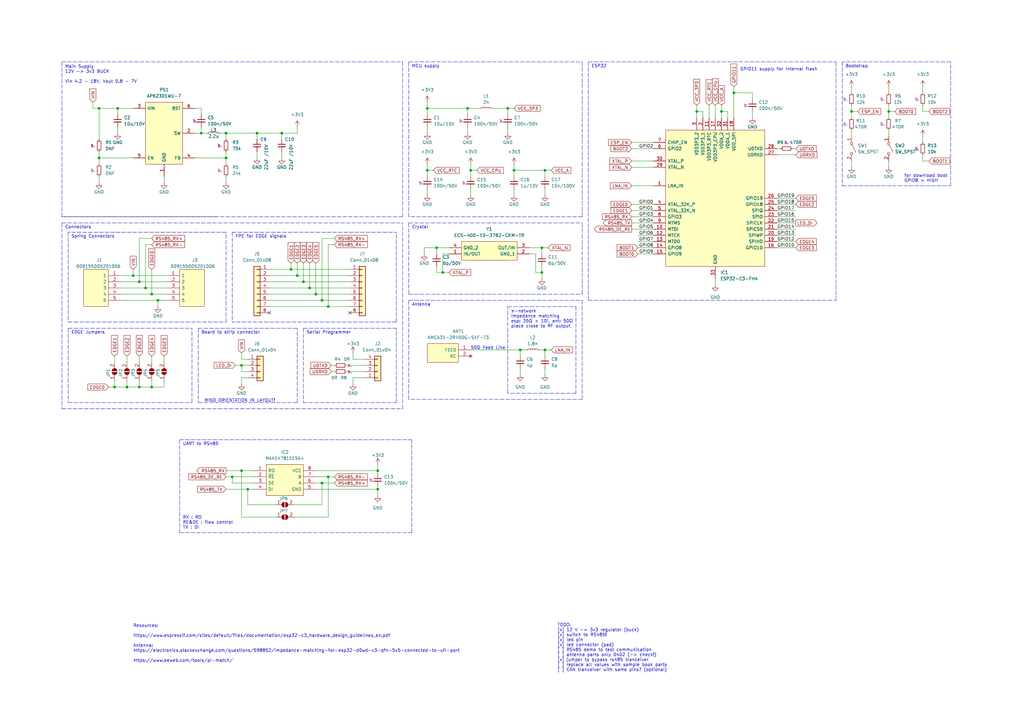
<source format=kicad_sch>
(kicad_sch (version 20211123) (generator eeschema)
  (paper "A3")
  (junction (at 124.46 115.57))
  (junction (at 57.15 115.57))
  (junction (at 40.64 44.45))
  (junction (at 48.26 44.45))
  (junction (at 154.94 200.66))
  (junction (at 132.08 198.12))
  (junction (at 222.25 111.76))
  (junction (at 57.15 158.75))
  (junction (at 222.25 101.6))
  (junction (at 175.26 44.45))
  (junction (at 134.62 195.58))
  (junction (at 295.91 45.72))
  (junction (at 349.25 45.72))
  (junction (at 92.71 64.77))
  (junction (at 154.94 193.04))
  (junction (at 132.08 123.19))
  (junction (at 208.28 44.45))
  (junction (at 92.71 54.61))
  (junction (at 95.25 195.58))
  (junction (at 62.23 120.65))
  (junction (at 52.07 158.75))
  (junction (at 213.36 143.51))
  (junction (at 181.61 111.76))
  (junction (at 193.04 69.85))
  (junction (at 115.57 54.61))
  (junction (at 191.77 44.45))
  (junction (at 105.41 54.61))
  (junction (at 134.62 125.73))
  (junction (at 285.75 45.72))
  (junction (at 210.82 69.85))
  (junction (at 59.69 118.11))
  (junction (at 46.99 158.75))
  (junction (at 54.61 113.03))
  (junction (at 175.26 69.85))
  (junction (at 119.38 110.49))
  (junction (at 179.07 101.6))
  (junction (at 101.6 200.66))
  (junction (at 99.06 149.86))
  (junction (at 127 118.11))
  (junction (at 223.52 143.51))
  (junction (at 364.49 45.72))
  (junction (at 129.54 120.65))
  (junction (at 300.99 38.1))
  (junction (at 82.55 54.61))
  (junction (at 64.77 123.19))
  (junction (at 40.64 64.77))
  (junction (at 62.23 158.75))
  (junction (at 121.92 113.03))
  (junction (at 223.52 69.85))
  (junction (at 99.06 193.04))
  (no_connect (at 143.51 128.27))
  (no_connect (at 110.49 128.27))
  (no_connect (at 193.04 146.05))
  (wire (pts (xy 59.69 100.33) (xy 59.69 118.11)))
  (polyline (pts (xy 167.64 163.83) (xy 167.64 123.19)))
  (polyline (pts (xy 167.64 120.65) (xy 238.76 120.65)))
  (wire (pts (xy 318.77 88.9) (xy 326.39 88.9)))
  (polyline (pts (xy 27.94 95.25) (xy 27.94 132.08)))
  (polyline (pts (xy 162.56 165.1) (xy 162.56 134.62)))
  (wire (pts (xy 129.54 195.58) (xy 134.62 195.58)))
  (wire (pts (xy 120.65 212.09) (xy 134.62 212.09)))
  (wire (pts (xy 129.54 193.04) (xy 154.94 193.04)))
  (polyline (pts (xy 81.28 134.62) (xy 81.28 165.1)))
  (wire (pts (xy 40.64 72.39) (xy 40.64 74.93)))
  (wire (pts (xy 62.23 158.75) (xy 67.31 158.75)))
  (wire (pts (xy 95.25 195.58) (xy 104.14 195.58)))
  (wire (pts (xy 52.07 158.75) (xy 57.15 158.75)))
  (polyline (pts (xy 95.25 95.25) (xy 95.25 132.08)))
  (wire (pts (xy 127 118.11) (xy 143.51 118.11)))
  (wire (pts (xy 80.01 64.77) (xy 92.71 64.77)))
  (wire (pts (xy 105.41 62.23) (xy 105.41 64.77)))
  (wire (pts (xy 349.25 35.56) (xy 349.25 38.1)))
  (polyline (pts (xy 241.3 123.19) (xy 342.9 123.19)))
  (wire (pts (xy 99.06 149.86) (xy 101.6 149.86)))
  (wire (pts (xy 144.78 144.78) (xy 144.78 147.32)))
  (polyline (pts (xy 73.66 180.34) (xy 73.66 218.44)))
  (wire (pts (xy 127 118.11) (xy 127 107.95)))
  (wire (pts (xy 175.26 41.91) (xy 175.26 44.45)))
  (wire (pts (xy 82.55 54.61) (xy 85.09 54.61)))
  (wire (pts (xy 57.15 146.05) (xy 57.15 148.59)))
  (wire (pts (xy 300.99 38.1) (xy 308.61 38.1)))
  (wire (pts (xy 134.62 195.58) (xy 137.16 195.58)))
  (polyline (pts (xy 238.76 120.65) (xy 238.76 91.44)))
  (wire (pts (xy 349.25 66.04) (xy 349.25 68.58)))
  (wire (pts (xy 300.99 35.56) (xy 300.99 38.1)))
  (wire (pts (xy 259.08 66.04) (xy 267.97 66.04)))
  (wire (pts (xy 213.36 143.51) (xy 215.9 143.51)))
  (wire (pts (xy 175.26 44.45) (xy 191.77 44.45)))
  (wire (pts (xy 144.78 147.32) (xy 149.86 147.32)))
  (polyline (pts (xy 25.4 167.64) (xy 165.1 167.64)))
  (wire (pts (xy 62.23 100.33) (xy 59.69 100.33)))
  (wire (pts (xy 318.77 91.44) (xy 326.39 91.44)))
  (wire (pts (xy 144.78 154.94) (xy 149.86 154.94)))
  (wire (pts (xy 137.16 198.12) (xy 132.08 198.12)))
  (polyline (pts (xy 236.22 161.29) (xy 208.28 161.29)))
  (wire (pts (xy 62.23 146.05) (xy 62.23 148.59)))
  (wire (pts (xy 110.49 120.65) (xy 129.54 120.65)))
  (wire (pts (xy 261.62 104.14) (xy 267.97 104.14)))
  (wire (pts (xy 325.12 60.96) (xy 326.39 60.96)))
  (wire (pts (xy 110.49 123.19) (xy 132.08 123.19)))
  (wire (pts (xy 349.25 43.18) (xy 349.25 45.72)))
  (wire (pts (xy 48.26 52.07) (xy 48.26 54.61)))
  (wire (pts (xy 179.07 101.6) (xy 179.07 104.14)))
  (polyline (pts (xy 81.28 134.62) (xy 121.92 134.62)))
  (wire (pts (xy 67.31 72.39) (xy 67.31 74.93)))
  (polyline (pts (xy 167.64 91.44) (xy 238.76 91.44)))
  (wire (pts (xy 201.93 44.45) (xy 208.28 44.45)))
  (wire (pts (xy 290.83 43.18) (xy 290.83 48.26)))
  (polyline (pts (xy 78.74 165.1) (xy 78.74 134.62)))
  (wire (pts (xy 142.24 149.86) (xy 149.86 149.86)))
  (wire (pts (xy 95.25 198.12) (xy 95.25 195.58)))
  (wire (pts (xy 132.08 198.12) (xy 132.08 207.01)))
  (wire (pts (xy 193.04 72.39) (xy 193.04 69.85)))
  (wire (pts (xy 57.15 158.75) (xy 57.15 156.21)))
  (polyline (pts (xy 165.1 88.9) (xy 25.4 88.9)))
  (wire (pts (xy 349.25 45.72) (xy 349.25 48.26)))
  (wire (pts (xy 92.71 64.77) (xy 92.71 67.31)))
  (wire (pts (xy 115.57 57.15) (xy 115.57 54.61)))
  (polyline (pts (xy 167.64 25.4) (xy 238.76 25.4)))
  (wire (pts (xy 223.52 77.47) (xy 223.52 80.01)))
  (wire (pts (xy 259.08 83.82) (xy 267.97 83.82)))
  (wire (pts (xy 110.49 115.57) (xy 124.46 115.57)))
  (wire (pts (xy 378.46 55.88) (xy 378.46 58.42)))
  (wire (pts (xy 193.04 77.47) (xy 193.04 80.01)))
  (wire (pts (xy 349.25 45.72) (xy 351.79 45.72)))
  (wire (pts (xy 179.07 101.6) (xy 184.15 101.6)))
  (wire (pts (xy 110.49 113.03) (xy 121.92 113.03)))
  (wire (pts (xy 154.94 199.39) (xy 154.94 200.66)))
  (wire (pts (xy 62.23 120.65) (xy 68.58 120.65)))
  (wire (pts (xy 54.61 113.03) (xy 68.58 113.03)))
  (wire (pts (xy 49.53 123.19) (xy 64.77 123.19)))
  (polyline (pts (xy 165.1 25.4) (xy 165.1 88.9)))
  (polyline (pts (xy 25.4 91.44) (xy 165.1 91.44)))
  (wire (pts (xy 191.77 44.45) (xy 196.85 44.45)))
  (wire (pts (xy 213.36 146.05) (xy 213.36 143.51)))
  (wire (pts (xy 175.26 52.07) (xy 175.26 54.61)))
  (wire (pts (xy 40.64 62.23) (xy 40.64 64.77)))
  (wire (pts (xy 101.6 200.66) (xy 104.14 200.66)))
  (wire (pts (xy 181.61 111.76) (xy 179.07 111.76)))
  (wire (pts (xy 99.06 212.09) (xy 99.06 193.04)))
  (wire (pts (xy 101.6 207.01) (xy 101.6 200.66)))
  (wire (pts (xy 326.39 83.82) (xy 318.77 83.82)))
  (wire (pts (xy 318.77 63.5) (xy 326.39 63.5)))
  (wire (pts (xy 99.06 154.94) (xy 101.6 154.94)))
  (wire (pts (xy 46.99 156.21) (xy 46.99 158.75)))
  (polyline (pts (xy 95.25 95.25) (xy 162.56 95.25)))
  (wire (pts (xy 259.08 88.9) (xy 267.97 88.9)))
  (wire (pts (xy 295.91 43.18) (xy 295.91 45.72)))
  (polyline (pts (xy 167.64 88.9) (xy 167.64 25.4)))
  (wire (pts (xy 99.06 144.78) (xy 99.06 147.32)))
  (wire (pts (xy 259.08 58.42) (xy 267.97 58.42)))
  (wire (pts (xy 57.15 97.79) (xy 62.23 97.79)))
  (wire (pts (xy 82.55 44.45) (xy 82.55 46.99)))
  (wire (pts (xy 349.25 53.34) (xy 349.25 55.88)))
  (wire (pts (xy 193.04 69.85) (xy 195.58 69.85)))
  (wire (pts (xy 175.26 46.99) (xy 175.26 44.45)))
  (wire (pts (xy 364.49 45.72) (xy 367.03 45.72)))
  (wire (pts (xy 92.71 54.61) (xy 90.17 54.61)))
  (wire (pts (xy 191.77 52.07) (xy 191.77 54.61)))
  (polyline (pts (xy 124.46 134.62) (xy 162.56 134.62)))
  (wire (pts (xy 223.52 143.51) (xy 223.52 146.05)))
  (wire (pts (xy 364.49 53.34) (xy 364.49 55.88)))
  (polyline (pts (xy 389.89 25.4) (xy 345.44 25.4)))
  (wire (pts (xy 59.69 118.11) (xy 68.58 118.11)))
  (wire (pts (xy 154.94 193.04) (xy 154.94 190.5)))
  (wire (pts (xy 364.49 35.56) (xy 364.49 38.1)))
  (wire (pts (xy 173.99 101.6) (xy 173.99 104.14)))
  (wire (pts (xy 129.54 200.66) (xy 154.94 200.66)))
  (wire (pts (xy 175.26 69.85) (xy 177.8 69.85)))
  (wire (pts (xy 92.71 72.39) (xy 92.71 74.93)))
  (wire (pts (xy 300.99 38.1) (xy 300.99 48.26)))
  (wire (pts (xy 378.46 43.18) (xy 378.46 45.72)))
  (wire (pts (xy 220.98 143.51) (xy 223.52 143.51)))
  (wire (pts (xy 210.82 67.31) (xy 210.82 69.85)))
  (wire (pts (xy 295.91 45.72) (xy 298.45 45.72)))
  (wire (pts (xy 129.54 120.65) (xy 129.54 107.95)))
  (wire (pts (xy 92.71 200.66) (xy 101.6 200.66)))
  (wire (pts (xy 318.77 99.06) (xy 326.39 99.06)))
  (wire (pts (xy 175.26 69.85) (xy 175.26 67.31)))
  (wire (pts (xy 124.46 115.57) (xy 143.51 115.57)))
  (wire (pts (xy 175.26 72.39) (xy 175.26 69.85)))
  (wire (pts (xy 101.6 207.01) (xy 113.03 207.01)))
  (wire (pts (xy 261.62 96.52) (xy 267.97 96.52)))
  (wire (pts (xy 99.06 193.04) (xy 104.14 193.04)))
  (wire (pts (xy 175.26 77.47) (xy 175.26 80.01)))
  (wire (pts (xy 115.57 54.61) (xy 105.41 54.61)))
  (wire (pts (xy 92.71 54.61) (xy 105.41 54.61)))
  (wire (pts (xy 295.91 48.26) (xy 295.91 45.72)))
  (wire (pts (xy 154.94 193.04) (xy 154.94 194.31)))
  (wire (pts (xy 48.26 44.45) (xy 48.26 46.99)))
  (wire (pts (xy 40.64 44.45) (xy 48.26 44.45)))
  (wire (pts (xy 223.52 143.51) (xy 226.06 143.51)))
  (wire (pts (xy 92.71 195.58) (xy 95.25 195.58)))
  (wire (pts (xy 134.62 100.33) (xy 134.62 125.73)))
  (wire (pts (xy 92.71 193.04) (xy 99.06 193.04)))
  (wire (pts (xy 134.62 195.58) (xy 134.62 212.09)))
  (wire (pts (xy 318.77 96.52) (xy 326.39 96.52)))
  (wire (pts (xy 217.17 104.14) (xy 219.71 104.14)))
  (wire (pts (xy 129.54 120.65) (xy 143.51 120.65)))
  (wire (pts (xy 378.46 63.5) (xy 378.46 66.04)))
  (wire (pts (xy 181.61 111.76) (xy 184.15 111.76)))
  (wire (pts (xy 96.52 149.86) (xy 99.06 149.86)))
  (wire (pts (xy 124.46 115.57) (xy 124.46 107.95)))
  (polyline (pts (xy 92.71 132.08) (xy 92.71 95.25)))
  (wire (pts (xy 222.25 109.22) (xy 222.25 111.76)))
  (wire (pts (xy 105.41 54.61) (xy 105.41 57.15)))
  (wire (pts (xy 208.28 52.07) (xy 208.28 54.61)))
  (wire (pts (xy 223.52 151.13) (xy 223.52 153.67)))
  (wire (pts (xy 121.92 113.03) (xy 121.92 107.95)))
  (polyline (pts (xy 92.71 95.25) (xy 27.94 95.25)))
  (wire (pts (xy 52.07 158.75) (xy 52.07 156.21)))
  (wire (pts (xy 110.49 118.11) (xy 127 118.11)))
  (polyline (pts (xy 241.3 25.4) (xy 241.3 123.19)))
  (polyline (pts (xy 30.48 132.08) (xy 92.71 132.08)))
  (wire (pts (xy 378.46 45.72) (xy 381 45.72)))
  (wire (pts (xy 134.62 125.73) (xy 143.51 125.73)))
  (polyline (pts (xy 238.76 88.9) (xy 167.64 88.9)))
  (wire (pts (xy 99.06 147.32) (xy 101.6 147.32)))
  (wire (pts (xy 308.61 45.72) (xy 308.61 48.26)))
  (wire (pts (xy 261.62 99.06) (xy 267.97 99.06)))
  (wire (pts (xy 364.49 66.04) (xy 364.49 68.58)))
  (wire (pts (xy 154.94 200.66) (xy 154.94 203.2)))
  (wire (pts (xy 135.89 149.86) (xy 137.16 149.86)))
  (wire (pts (xy 219.71 111.76) (xy 222.25 111.76)))
  (wire (pts (xy 115.57 62.23) (xy 115.57 64.77)))
  (polyline (pts (xy 27.94 134.62) (xy 78.74 134.62)))
  (wire (pts (xy 193.04 143.51) (xy 213.36 143.51)))
  (polyline (pts (xy 162.56 132.08) (xy 162.56 95.25)))
  (wire (pts (xy 57.15 115.57) (xy 68.58 115.57)))
  (polyline (pts (xy 238.76 123.19) (xy 238.76 163.83)))
  (wire (pts (xy 364.49 43.18) (xy 364.49 45.72)))
  (wire (pts (xy 259.08 91.44) (xy 267.97 91.44)))
  (wire (pts (xy 179.07 101.6) (xy 173.99 101.6)))
  (wire (pts (xy 38.1 44.45) (xy 38.1 41.91)))
  (wire (pts (xy 378.46 35.56) (xy 378.46 38.1)))
  (polyline (pts (xy 25.4 91.44) (xy 25.4 167.64)))
  (wire (pts (xy 210.82 69.85) (xy 210.82 72.39)))
  (polyline (pts (xy 25.4 25.4) (xy 165.1 25.4)))
  (wire (pts (xy 219.71 104.14) (xy 219.71 111.76)))
  (polyline (pts (xy 73.66 180.34) (xy 168.91 180.34)))
  (wire (pts (xy 223.52 69.85) (xy 226.06 69.85)))
  (wire (pts (xy 181.61 104.14) (xy 181.61 111.76)))
  (polyline (pts (xy 124.46 165.1) (xy 162.56 165.1)))
  (wire (pts (xy 62.23 158.75) (xy 62.23 156.21)))
  (polyline (pts (xy 389.89 76.2) (xy 389.89 25.4)))
  (wire (pts (xy 95.25 198.12) (xy 104.14 198.12)))
  (wire (pts (xy 67.31 146.05) (xy 67.31 148.59)))
  (wire (pts (xy 318.77 86.36) (xy 326.39 86.36)))
  (wire (pts (xy 293.37 43.18) (xy 293.37 48.26)))
  (wire (pts (xy 193.04 69.85) (xy 193.04 67.31)))
  (wire (pts (xy 82.55 54.61) (xy 82.55 52.07)))
  (polyline (pts (xy 345.44 25.4) (xy 345.44 76.2)))
  (wire (pts (xy 184.15 104.14) (xy 181.61 104.14)))
  (wire (pts (xy 119.38 110.49) (xy 119.38 107.95)))
  (wire (pts (xy 179.07 109.22) (xy 179.07 111.76)))
  (wire (pts (xy 44.45 158.75) (xy 46.99 158.75)))
  (wire (pts (xy 49.53 118.11) (xy 59.69 118.11)))
  (polyline (pts (xy 168.91 218.44) (xy 168.91 180.34)))
  (wire (pts (xy 285.75 43.18) (xy 285.75 45.72)))
  (wire (pts (xy 132.08 97.79) (xy 132.08 123.19)))
  (wire (pts (xy 222.25 101.6) (xy 224.79 101.6)))
  (polyline (pts (xy 27.94 134.62) (xy 27.94 165.1)))
  (polyline (pts (xy 208.28 161.29) (xy 208.28 125.73)))
  (polyline (pts (xy 73.66 218.44) (xy 168.91 218.44)))
  (wire (pts (xy 137.16 97.79) (xy 132.08 97.79)))
  (polyline (pts (xy 238.76 163.83) (xy 167.64 163.83)))
  (polyline (pts (xy 342.9 123.19) (xy 342.9 25.4)))
  (wire (pts (xy 49.53 113.03) (xy 54.61 113.03)))
  (wire (pts (xy 54.61 110.49) (xy 54.61 113.03)))
  (wire (pts (xy 132.08 123.19) (xy 143.51 123.19)))
  (wire (pts (xy 57.15 158.75) (xy 62.23 158.75)))
  (wire (pts (xy 259.08 86.36) (xy 267.97 86.36)))
  (wire (pts (xy 40.64 64.77) (xy 40.64 67.31)))
  (polyline (pts (xy 167.64 91.44) (xy 167.64 120.65)))
  (wire (pts (xy 259.08 93.98) (xy 267.97 93.98)))
  (wire (pts (xy 46.99 146.05) (xy 46.99 148.59)))
  (polyline (pts (xy 81.28 165.1) (xy 121.92 165.1)))
  (wire (pts (xy 259.08 76.2) (xy 267.97 76.2)))
  (polyline (pts (xy 27.94 132.08) (xy 30.48 132.08)))
  (wire (pts (xy 67.31 158.75) (xy 67.31 156.21)))
  (polyline (pts (xy 241.3 25.4) (xy 342.9 25.4)))
  (polyline (pts (xy 238.76 25.4) (xy 238.76 88.9)))
  (wire (pts (xy 318.77 93.98) (xy 326.39 93.98)))
  (wire (pts (xy 318.77 81.28) (xy 326.39 81.28)))
  (wire (pts (xy 364.49 45.72) (xy 364.49 48.26)))
  (wire (pts (xy 110.49 110.49) (xy 119.38 110.49)))
  (wire (pts (xy 129.54 198.12) (xy 132.08 198.12)))
  (wire (pts (xy 49.53 120.65) (xy 62.23 120.65)))
  (wire (pts (xy 223.52 69.85) (xy 223.52 72.39)))
  (polyline (pts (xy 121.92 165.1) (xy 121.92 134.62)))
  (wire (pts (xy 210.82 69.85) (xy 223.52 69.85)))
  (wire (pts (xy 99.06 152.4) (xy 101.6 152.4)))
  (wire (pts (xy 119.38 110.49) (xy 143.51 110.49)))
  (wire (pts (xy 285.75 45.72) (xy 285.75 48.26)))
  (polyline (pts (xy 25.4 88.9) (xy 88.9 88.9)))
  (wire (pts (xy 115.57 54.61) (xy 121.92 54.61)))
  (wire (pts (xy 52.07 146.05) (xy 52.07 148.59)))
  (wire (pts (xy 137.16 100.33) (xy 134.62 100.33)))
  (polyline (pts (xy 165.1 167.64) (xy 165.1 91.44)))
  (wire (pts (xy 46.99 158.75) (xy 52.07 158.75)))
  (polyline (pts (xy 25.4 88.9) (xy 25.4 25.4)))
  (wire (pts (xy 92.71 57.15) (xy 92.71 54.61)))
  (polyline (pts (xy 27.94 165.1) (xy 78.74 165.1)))
  (wire (pts (xy 259.08 60.96) (xy 267.97 60.96)))
  (wire (pts (xy 142.24 152.4) (xy 149.86 152.4)))
  (wire (pts (xy 293.37 114.3) (xy 293.37 116.84)))
  (wire (pts (xy 259.08 68.58) (xy 267.97 68.58)))
  (wire (pts (xy 261.62 101.6) (xy 267.97 101.6)))
  (wire (pts (xy 208.28 44.45) (xy 210.82 44.45)))
  (wire (pts (xy 285.75 45.72) (xy 288.29 45.72)))
  (wire (pts (xy 38.1 44.45) (xy 40.64 44.45)))
  (wire (pts (xy 288.29 45.72) (xy 288.29 48.26)))
  (wire (pts (xy 191.77 46.99) (xy 191.77 44.45)))
  (wire (pts (xy 213.36 151.13) (xy 213.36 153.67)))
  (wire (pts (xy 92.71 64.77) (xy 92.71 62.23)))
  (wire (pts (xy 318.77 60.96) (xy 320.04 60.96)))
  (wire (pts (xy 222.25 101.6) (xy 222.25 104.14)))
  (wire (pts (xy 57.15 97.79) (xy 57.15 115.57)))
  (wire (pts (xy 308.61 38.1) (xy 308.61 40.64)))
  (wire (pts (xy 62.23 110.49) (xy 62.23 120.65)))
  (wire (pts (xy 80.01 44.45) (xy 82.55 44.45)))
  (wire (pts (xy 40.64 64.77) (xy 54.61 64.77)))
  (wire (pts (xy 121.92 52.07) (xy 121.92 54.61)))
  (polyline (pts (xy 167.64 123.19) (xy 238.76 123.19)))
  (polyline (pts (xy 208.28 125.73) (xy 236.22 125.73)))
  (wire (pts (xy 110.49 125.73) (xy 134.62 125.73)))
  (wire (pts (xy 144.78 157.48) (xy 144.78 154.94)))
  (wire (pts (xy 135.89 152.4) (xy 137.16 152.4)))
  (wire (pts (xy 210.82 77.47) (xy 210.82 80.01)))
  (wire (pts (xy 113.03 212.09) (xy 99.06 212.09)))
  (wire (pts (xy 64.77 123.19) (xy 64.77 125.73)))
  (wire (pts (xy 381 66.04) (xy 378.46 66.04)))
  (wire (pts (xy 40.64 44.45) (xy 40.64 57.15)))
  (polyline (pts (xy 162.56 132.08) (xy 95.25 132.08)))
  (wire (pts (xy 120.65 207.01) (xy 132.08 207.01)))
  (wire (pts (xy 80.01 54.61) (xy 82.55 54.61)))
  (wire (pts (xy 48.26 44.45) (xy 54.61 44.45)))
  (polyline (pts (xy 345.44 76.2) (xy 389.89 76.2)))
  (wire (pts (xy 298.45 45.72) (xy 298.45 48.26)))
  (wire (pts (xy 318.77 101.6) (xy 326.39 101.6)))
  (wire (pts (xy 222.25 111.76) (xy 222.25 114.3)))
  (polyline (pts (xy 236.22 125.73) (xy 236.22 161.29)))
  (wire (pts (xy 217.17 101.6) (xy 222.25 101.6)))
  (wire (pts (xy 99.06 154.94) (xy 99.06 157.48)))
  (wire (pts (xy 121.92 113.03) (xy 143.51 113.03)))
  (wire (pts (xy 99.06 149.86) (xy 99.06 152.4)))
  (wire (pts (xy 49.53 115.57) (xy 57.15 115.57)))
  (wire (pts (xy 64.77 123.19) (xy 68.58 123.19)))
  (polyline (pts (xy 124.46 134.62) (xy 124.46 165.1)))
  (wire (pts (xy 208.28 44.45) (xy 208.28 46.99)))
  (text "Connectors" (at 26.67 93.98 0) (effects (font (size 1.27 1.27)) (justify left bottom)))
  (text "π-network \nimpedance matching\nesp: 35Ω + 10i, ant: 50Ω\nplace close to RF output" (at 209.55 134.62 0) (effects (font (size 1.27 1.27)) (justify left bottom)))
  (text "Spring Connectors" (at 29.21 97.79 0) (effects (font (size 1.27 1.27)) (justify left bottom)))
  (text "RX : RO\nRE&DE : flow control\nTX : DI" (at 74.93 217.17 0) (effects (font (size 1.27 1.27)) (justify left bottom)))
  (text "Main Supply \n12V -> 3v3 BUCK\n\nVin 4.2 - 18V, Vout 0.8 - 7V" (at 26.67 34.29 0) (effects (font (size 1.27 1.27)) (justify left bottom)))
  (text "FPC for EDGE signals" (at 96.52 97.79 0) (effects (font (size 1.27 1.27)) (justify left bottom)))
  (text "MIND ORIENTATION IN LAYOUT!" (at 83.82 165.1 0) (effects (font (size 1.27 1.27)) (justify left bottom)))
  (text "GPIO11 supply for internal flash" (at 303.53 29.21 0) (effects (font (size 1.27 1.27)) (justify left bottom)))
  (text "Serial Programmer" (at 125.73 137.16 0) (effects (font (size 1.27 1.27)) (justify left bottom)))
  (text "Board to strip connector" (at 82.55 137.16 0) (effects (font (size 1.27 1.27)) (justify left bottom)))
  (text "for download boot\nGPIO8 = HIGH" (at 370.84 74.93 0) (effects (font (size 1.27 1.27)) (justify left bottom)))
  (text "MCU supply" (at 168.91 27.94 0) (effects (font (size 1.27 1.27)) (justify left bottom)))
  (text "EDGE Jumpers" (at 29.21 137.16 0) (effects (font (size 1.27 1.27)) (justify left bottom)))
  (text "Antenna" (at 168.91 125.73 0) (effects (font (size 1.27 1.27)) (justify left bottom)))
  (text "ESP32" (at 242.57 27.94 0) (effects (font (size 1.27 1.27)) (justify left bottom)))
  (text "Resources:\n\nhttps://www.espressif.com/sites/default/files/documentation/esp32-c3_hardware_design_guidelines_en.pdf\n\nAntenna:\nhttps://electronics.stackexchange.com/questions/598852/impedance-matching-for-esp32-d0wd-v3-qfn-5x5-connected-to-ufl-port\n\nhttps://www.eeweb.com/tools/pi-match/" (at 54.61 271.78 0) (effects (font (size 1.27 1.27)) (justify left bottom)))
  (text "UART to RS485" (at 74.93 182.88 0) (effects (font (size 1.27 1.27)) (justify left bottom)))
  (text "Crystal" (at 168.91 93.98 0) (effects (font (size 1.27 1.27)) (justify left bottom)))
  (text "Bootstrap" (at 346.71 27.94 0) (effects (font (size 1.27 1.27)) (justify left bottom)))
  (text "50Ω Feed Line" (at 193.04 143.51 0) (effects (font (size 1.27 1.27)) (justify left bottom)))
  (text "TODO:\n[x] 12 V -> 3v3 regulator (buck)\n[x] switch to RS485!\n[x] led pin\n[x] led connector (pad)\n[ ] RS485 demo to test communication\n[ ] antenna parts only 0402 (-> check!)\n[x] jumper to bypass rs485 tranceiver\n[ ] replace all values with sample book parts\n[ ] CAN tranceiver with same pins? (optional)\n" (at 228.6 275.59 0) (effects (font (size 1.27 1.27)) (justify left bottom)))
  (label "GPIO1" (at 267.97 86.36 180))
  (label "GPIO19" (at 318.77 81.28 0))
  (label "GPIO14" (at 318.77 93.98 0))
  (label "GPIO5" (at 267.97 93.98 180))
  (label "GPIO10" (at 318.77 101.6 0))
  (label "GPIO12" (at 318.77 99.06 0))
  (label "GPIO9" (at 267.97 104.14 180))
  (label "GPIO16" (at 318.77 88.9 0))
  (label "GPIO6" (at 267.97 96.52 180))
  (label "GPIO7" (at 267.97 99.06 180))
  (label "GPIO4" (at 267.97 91.44 180))
  (label "GPIO8" (at 267.97 101.6 180))
  (label "GPIO3" (at 267.97 88.9 180))
  (label "GPIO18" (at 318.77 83.82 0))
  (label "GPIO17" (at 318.77 86.36 0))
  (label "GPIO0" (at 267.97 83.82 180))
  (label "GPIO2" (at 267.97 60.96 180))
  (label "GPIO15" (at 318.77 91.44 0))
  (label "GPIO13" (at 318.77 96.52 0))
  (global_label "LED_DI" (shape input) (at 96.52 149.86 180) (property "Intersheet References" "${INTERSHEET_REFS}" (effects hide)))
  (global_label "EDGE5" (shape input) (at 67.31 146.05 90) (property "Intersheet References" "${INTERSHEET_REFS}" (effects hide)))
  (global_label "U0TXD" (shape input) (at 326.39 60.96 0) (property "Intersheet References" "${INTERSHEET_REFS}" (effects hide)))
  (global_label "RS485_RX" (shape output) (at 92.71 193.04 180) (property "Intersheet References" "${INTERSHEET_REFS}" (effects hide)))
  (global_label "VCC_CPU" (shape input) (at 293.37 43.18 90) (property "Intersheet References" "${INTERSHEET_REFS}" (effects hide)))
  (global_label "BOOT1" (shape input) (at 381 66.04 0) (property "Intersheet References" "${INTERSHEET_REFS}" (effects hide)))
  (global_label "EDGE0" (shape input) (at 62.23 110.49 90) (property "Intersheet References" "${INTERSHEET_REFS}" (effects hide)))
  (global_label "VCC_A" (shape input) (at 226.06 69.85 0) (property "Intersheet References" "${INTERSHEET_REFS}" (effects hide)))
  (global_label "VCC_RTC" (shape input) (at 290.83 43.18 90) (property "Intersheet References" "${INTERSHEET_REFS}" (effects hide)))
  (global_label "XTAL_P" (shape input) (at 259.08 66.04 180) (property "Intersheet References" "${INTERSHEET_REFS}" (effects hide)))
  (global_label "VIN" (shape input) (at 38.1 41.91 90) (property "Intersheet References" "${INTERSHEET_REFS}" (effects hide)))
  (global_label "LNA_IN" (shape input) (at 226.06 143.51 0) (property "Intersheet References" "${INTERSHEET_REFS}" (effects hide)))
  (global_label "VCC_RTC" (shape input) (at 177.8 69.85 0) (property "Intersheet References" "${INTERSHEET_REFS}" (effects hide)))
  (global_label "VIN" (shape input) (at 99.06 144.78 90) (property "Intersheet References" "${INTERSHEET_REFS}" (effects hide)))
  (global_label "EDGE2" (shape input) (at 52.07 146.05 90) (property "Intersheet References" "${INTERSHEET_REFS}" (effects hide)))
  (global_label "RS485_RX+" (shape input) (at 62.23 97.79 0) (property "Intersheet References" "${INTERSHEET_REFS}" (effects hide)))
  (global_label "LNA_IN" (shape input) (at 259.08 76.2 180) (property "Intersheet References" "${INTERSHEET_REFS}" (effects hide)))
  (global_label "XTAL_N" (shape input) (at 224.79 101.6 0) (property "Intersheet References" "${INTERSHEET_REFS}" (effects hide)))
  (global_label "EDGE4" (shape input) (at 62.23 146.05 90) (property "Intersheet References" "${INTERSHEET_REFS}" (effects hide)))
  (global_label "EDGE1" (shape input) (at 119.38 107.95 90) (property "Intersheet References" "${INTERSHEET_REFS}" (effects hide)))
  (global_label "EDGE2" (shape input) (at 326.39 83.82 0) (property "Intersheet References" "${INTERSHEET_REFS}" (effects hide)))
  (global_label "GPIO11" (shape input) (at 300.99 35.56 90) (property "Intersheet References" "${INTERSHEET_REFS}" (effects hide)))
  (global_label "EDGE4" (shape input) (at 326.39 99.06 0) (property "Intersheet References" "${INTERSHEET_REFS}" (effects hide)))
  (global_label "U0RXD" (shape input) (at 326.39 63.5 0) (property "Intersheet References" "${INTERSHEET_REFS}" (effects hide)))
  (global_label "BOOT2" (shape input) (at 381 45.72 0) (property "Intersheet References" "${INTERSHEET_REFS}" (effects hide)))
  (global_label "RS485_RX+" (shape input) (at 137.16 97.79 0) (property "Intersheet References" "${INTERSHEET_REFS}" (effects hide)))
  (global_label "EDGE3" (shape input) (at 124.46 107.95 90) (property "Intersheet References" "${INTERSHEET_REFS}" (effects hide)))
  (global_label "VCC_3P3" (shape input) (at 285.75 43.18 90) (property "Intersheet References" "${INTERSHEET_REFS}" (effects hide)))
  (global_label "BOOT0" (shape input) (at 261.62 104.14 180) (property "Intersheet References" "${INTERSHEET_REFS}" (effects hide)))
  (global_label "XTAL_P" (shape input) (at 184.15 111.76 0) (property "Intersheet References" "${INTERSHEET_REFS}" (effects hide)))
  (global_label "EDGE4" (shape input) (at 127 107.95 90) (property "Intersheet References" "${INTERSHEET_REFS}" (effects hide)))
  (global_label "RS485_RX" (shape input) (at 259.08 88.9 180) (property "Intersheet References" "${INTERSHEET_REFS}" (effects hide)))
  (global_label "LED_DI" (shape output) (at 326.39 91.44 0) (property "Intersheet References" "${INTERSHEET_REFS}" (effects hide)))
  (global_label "RS485_TX" (shape output) (at 259.08 91.44 180) (property "Intersheet References" "${INTERSHEET_REFS}" (effects hide)))
  (global_label "XTAL_N" (shape input) (at 259.08 68.58 180) (property "Intersheet References" "${INTERSHEET_REFS}" (effects hide)))
  (global_label "EDGE1" (shape input) (at 259.08 86.36 180) (property "Intersheet References" "${INTERSHEET_REFS}" (effects hide)))
  (global_label "EDGE0" (shape input) (at 44.45 158.75 180) (property "Intersheet References" "${INTERSHEET_REFS}" (effects hide)))
  (global_label "RS485_TX" (shape input) (at 92.71 200.66 180) (property "Intersheet References" "${INTERSHEET_REFS}" (effects hide)))
  (global_label "BOOT1" (shape input) (at 261.62 101.6 180) (property "Intersheet References" "${INTERSHEET_REFS}" (effects hide)))
  (global_label "BOOT0" (shape input) (at 367.03 45.72 0) (property "Intersheet References" "${INTERSHEET_REFS}" (effects hide)))
  (global_label "VCC_3P3" (shape input) (at 210.82 44.45 0) (property "Intersheet References" "${INTERSHEET_REFS}" (effects hide)))
  (global_label "EDGE3" (shape input) (at 57.15 146.05 90) (property "Intersheet References" "${INTERSHEET_REFS}" (effects hide)))
  (global_label "RS485_DE_RE" (shape input) (at 92.71 195.58 180) (property "Intersheet References" "${INTERSHEET_REFS}" (effects hide)))
  (global_label "RS485_RX-" (shape input) (at 62.23 100.33 0) (property "Intersheet References" "${INTERSHEET_REFS}" (effects hide)))
  (global_label "BOOT2" (shape input) (at 259.08 60.96 180) (property "Intersheet References" "${INTERSHEET_REFS}" (effects hide)))
  (global_label "ESP_EN" (shape input) (at 351.79 45.72 0) (property "Intersheet References" "${INTERSHEET_REFS}" (effects hide)))
  (global_label "U0RXD" (shape input) (at 135.89 152.4 180) (property "Intersheet References" "${INTERSHEET_REFS}" (effects hide)))
  (global_label "RS485_RX-" (shape input) (at 137.16 100.33 0) (property "Intersheet References" "${INTERSHEET_REFS}" (effects hide)))
  (global_label "ESP_EN" (shape input) (at 259.08 58.42 180) (property "Intersheet References" "${INTERSHEET_REFS}" (effects hide)))
  (global_label "EDGE5" (shape input) (at 326.39 81.28 0) (property "Intersheet References" "${INTERSHEET_REFS}" (effects hide)))
  (global_label "EDGE5" (shape input) (at 129.54 107.95 90) (property "Intersheet References" "${INTERSHEET_REFS}" (effects hide)))
  (global_label "EDGE1" (shape input) (at 46.99 146.05 90) (property "Intersheet References" "${INTERSHEET_REFS}" (effects hide)))
  (global_label "EDGE3" (shape input) (at 326.39 101.6 0) (property "Intersheet References" "${INTERSHEET_REFS}" (effects hide)))
  (global_label "RS485_RX+" (shape input) (at 137.16 198.12 0) (property "Intersheet References" "${INTERSHEET_REFS}" (effects hide)))
  (global_label "VIN" (shape input) (at 54.61 110.49 90) (property "Intersheet References" "${INTERSHEET_REFS}" (effects hide)))
  (global_label "U0TXD" (shape input) (at 135.89 149.86 180) (property "Intersheet References" "${INTERSHEET_REFS}" (effects hide)))
  (global_label "EDGE2" (shape input) (at 121.92 107.95 90) (property "Intersheet References" "${INTERSHEET_REFS}" (effects hide)))
  (global_label "RS485_DE_RE" (shape output) (at 259.08 93.98 180) (property "Intersheet References" "${INTERSHEET_REFS}" (effects hide)))
  (global_label "RS485_RX-" (shape input) (at 137.16 195.58 0) (property "Intersheet References" "${INTERSHEET_REFS}" (effects hide)))
  (global_label "EDGE0" (shape input) (at 259.08 83.82 180) (property "Intersheet References" "${INTERSHEET_REFS}" (effects hide)))
  (global_label "VCC_CPU" (shape input) (at 195.58 69.85 0) (property "Intersheet References" "${INTERSHEET_REFS}" (effects hide)))
  (global_label "VCC_A" (shape input) (at 295.91 43.18 90) (property "Intersheet References" "${INTERSHEET_REFS}" (effects hide)))
  (symbol (lib_id "power:GND") (at 40.64 74.93 0) (unit 1)
    (property "Reference" "#PWR01" (effects hide))
    (property "Value" "GND" (at 40.64 78.74 0))
  )
  (symbol (lib_id "power:GND") (at 293.37 116.84 0) (unit 1)
    (property "Reference" "#PWR0118" (effects hide))
    (property "Value" "GND" (at 293.37 121.92 0))
  )
  (symbol (lib_id "Device:C_Small") (at 105.41 59.69 0) (unit 1)
    (property "Reference" "C9" (at 106.68 57.15 0) (effects (justify left)))
    (property "Value" "22uF /10V" (at 109.22 69.85 90) (effects (justify left)))
    (property "Footprint" "Capacitor_SMD:C_0603_1608Metric" (effects hide))
    (property "Datasheet" "https://www.mouser.com/datasheet/2/585/MLCC-1837944.pdf" (effects hide))
    (property "Mouser Part Number" " 187-CL10A226MP8NUNE " (effects hide))
  )
  (symbol (lib_id "Device:C_Small") (at 179.07 106.68 0) (unit 1)
    (property "Reference" "C3" (at 181.61 105.4162 0) (effects (justify left)))
    (property "Value" "6p/50V" (at 181.61 107.9562 0) (effects (justify left)))
    (property "Footprint" "Capacitor_SMD:C_0402_1005Metric" (effects hide))
    (property "Datasheet" "https://www.mouser.de/datasheet/2/210/WTC_MLCC_General_Purpose-1534899.pdf" (effects hide))
    (property "MFN" " 81-GRM1555C1H6R0WA1D " (effects hide))
  )
  (symbol (lib_id "power:GND") (at 64.77 125.73 0) (unit 1)
    (property "Reference" "#PWR0109" (effects hide))
    (property "Value" "GND" (at 64.77 129.54 0))
  )
  (symbol (lib_id "Device:R_Small") (at 378.46 60.96 180) (unit 1)
    (property "Reference" "R13" (at 382.27 59.69 0))
    (property "Value" "10k" (at 382.27 62.23 0))
    (property "Footprint" "Resistor_SMD:R_0805_2012Metric" (effects hide))
    (property "Datasheet" "https://www.mouser.de/datasheet/2/447/PYu_RC_Group_51_RoHS_L_10-1664068.pdf" (effects hide))
    (property "MFN" " 603-RC0402FR-0710KL " (effects hide))
    (property "in stock" "b." (at 377.19 60.96 0) (effects (justify left)))
  )
  (symbol (lib_id "Device:C_Small") (at 175.26 74.93 0) (unit 1)
    (property "Reference" "C14" (at 177.8 73.6662 0) (effects (justify left)))
    (property "Value" "100n/50V" (at 177.8 76.2062 0) (effects (justify left)))
    (property "Footprint" "Resistor_SMD:R_0603_1608Metric" (effects hide))
    (property "Datasheet" "https://www.mouser.de/datasheet/2/445/885382206004-1728027.pdf" (effects hide))
    (property "MFN" " 710-885382206004 " (effects hide))
    (property "in stock" "b." (at 172.72 74.93 0))
  )
  (symbol (lib_id "Connector_Generic:Conn_01x04") (at 106.68 149.86 0) (unit 1)
    (property "Reference" "J6" (at 104.14 140.97 0) (effects (justify left)))
    (property "Value" "Conn_01x04" (at 101.6 143.51 0) (effects (justify left)))
  )
  (symbol (lib_id "Device:R_Small") (at 349.25 40.64 180) (unit 1)
    (property "Reference" "R10" (at 353.06 39.37 0))
    (property "Value" "12k" (at 353.06 41.91 0))
    (property "Footprint" "Resistor_SMD:R_0402_1005Metric" (effects hide))
    (property "Datasheet" "https://www.mouser.de/datasheet/2/447/PYu_RC_Group_51_RoHS_L_10-1664068.pdf" (effects hide))
    (property "MFN" " 603-RC0402FR-0712KL " (effects hide))
    (property "in stock" "b." (at 346.71 40.64 0))
  )
  (symbol (lib_id "Device:C_Small") (at 82.55 49.53 0) (unit 1)
    (property "Reference" "C5" (at 85.09 48.26 0) (effects (justify left)))
    (property "Value" "100n/50V" (at 85.09 50.8 0) (effects (justify left)))
    (property "Footprint" "Resistor_SMD:R_0603_1608Metric" (effects hide))
    (property "Datasheet" "https://www.mouser.de/datasheet/2/445/885382206004-1728027.pdf" (effects hide))
    (property "MFN" " 710-885382206004 " (effects hide))
    (property "in stock" "b." (at 80.01 49.53 0))
  )
  (symbol (lib_id "power:GND") (at 144.78 157.48 0) (unit 1)
    (property "Reference" "#PWR0120" (effects hide))
    (property "Value" "GND" (at 144.78 161.29 0))
  )
  (symbol (lib_id "power:GND") (at 99.06 157.48 0) (unit 1)
    (property "Reference" "#PWR0126" (effects hide))
    (property "Value" "GND" (at 99.06 161.29 0))
  )
  (symbol (lib_id "power:GND") (at 349.25 68.58 0) (unit 1)
    (property "Reference" "#PWR0124" (effects hide))
    (property "Value" "GND" (at 349.25 72.39 0))
  )
  (symbol (lib_id "Device:R_Small") (at 139.7 149.86 90) (unit 1)
    (property "Reference" "R4" (at 138.43 147.32 90))
    (property "Value" "0R" (at 142.24 147.32 90))
    (property "Footprint" "Resistor_SMD:R_0402_1005Metric" (effects hide))
    (property "Datasheet" "https://www.mouser.de/datasheet/2/447/PYu_RC_Group_51_RoHS_L_10-1664068.pdf" (effects hide))
    (property "MFN" " 603-RC0402FR-070RL " (effects hide))
    (property "in stock" "b." (at 143.51 149.86 90))
  )
  (symbol (lib_id "Device:L_Small") (at 218.44 143.51 90) (unit 1)
    (property "Reference" "L2" (at 218.44 138.43 90))
    (property "Value" "1.8n" (at 218.44 140.97 90))
    (property "Footprint" "Inductor_SMD:L_0402_1005Metric" (effects hide))
    (property "Datasheet" "https://www.mouser.de/datasheet/2/281/1/JELF243B_0010-1699614.pdf" (effects hide))
    (property "MFN" " 81-LQG15HS1N8B02D " (effects hide))
  )
  (symbol (lib_id "power:GND") (at 115.57 64.77 0) (unit 1)
    (property "Reference" "#PWR06" (effects hide))
    (property "Value" "GND" (at 115.57 68.58 0))
  )
  (symbol (lib_id "Connector_Generic:Conn_01x08") (at 148.59 118.11 0) (unit 1)
    (property "Reference" "J7" (at 147.32 104.14 0) (effects (justify left)))
    (property "Value" "Conn_01x08" (at 143.51 106.68 0) (effects (justify left)))
  )
  (symbol (lib_id "Device:L_Small") (at 199.39 44.45 90) (unit 1)
    (property "Reference" "L1" (at 199.39 39.37 90))
    (property "Value" "2n" (at 199.39 41.91 90))
    (property "Footprint" "Capacitor_SMD:C_0402_1005Metric" (effects hide))
    (property "Datasheet" "https://eu.mouser.com/datasheet/2/281/1/JELF243B_9110-1699596.pdf" (effects hide))
    (property "MFN" " 81-LQG15HZ2N0C02D " (effects hide))
  )
  (symbol (lib_id "power:+3V3") (at 154.94 190.5 0) (unit 1)
    (property "Reference" "#PWR08" (effects hide))
    (property "Value" "+3V3" (at 154.94 186.69 0))
  )
  (symbol (lib_id "power:+3V3") (at 175.26 41.91 0) (unit 1)
    (property "Reference" "#PWR0113" (effects hide))
    (property "Value" "+3V3" (at 175.26 36.83 0))
  )
  (symbol (lib_id "Device:C_Small") (at 154.94 196.85 0) (unit 1)
    (property "Reference" "C13" (at 157.48 195.5862 0) (effects (justify left)))
    (property "Value" "100n/50V" (at 157.48 198.1262 0) (effects (justify left)))
    (property "Footprint" "Resistor_SMD:R_0603_1608Metric" (effects hide))
    (property "Datasheet" "https://www.mouser.de/datasheet/2/445/885382206004-1728027.pdf" (effects hide))
    (property "MFN" " 710-885382206004 " (effects hide))
    (property "in stock" "b." (at 152.4 196.85 0))
  )
  (symbol (lib_id "power:GND") (at 210.82 80.01 0) (unit 1)
    (property "Reference" "#PWR015" (effects hide))
    (property "Value" "GND" (at 210.82 83.82 0))
  )
  (symbol (lib_id "power:GND") (at 67.31 74.93 0) (unit 1)
    (property "Reference" "#PWR03" (effects hide))
    (property "Value" "GND" (at 67.31 78.74 0))
  )
  (symbol (lib_id "Device:C_Small") (at 213.36 148.59 0) (unit 1)
    (property "Reference" "C6" (at 215.9 147.3262 0) (effects (justify left)))
    (property "Value" "4p" (at 215.9 149.8662 0) (effects (justify left)))
    (property "Footprint" "Capacitor_SMD:C_0402_1005Metric" (effects hide))
    (property "Datasheet" "https://www.mouser.de/datasheet/2/281/1/GRM1555C1H4R0WA01_01A-1982879.pdf" (effects hide))
    (property "MFN" " 81-GRM1555C1H4R0WA1D " (effects hide))
  )
  (symbol (lib_id "power:+3V3") (at 378.46 35.56 0) (unit 1)
    (property "Reference" "#PWR0119" (effects hide))
    (property "Value" "+3V3" (at 378.46 30.48 0))
  )
  (symbol (lib_id "power:GND") (at 223.52 153.67 0) (unit 1)
    (property "Reference" "#PWR0102" (effects hide))
    (property "Value" "GND" (at 223.52 158.75 0))
  )
  (symbol (lib_id "Device:C_Small") (at 193.04 74.93 0) (unit 1)
    (property "Reference" "C15" (at 195.58 73.6662 0) (effects (justify left)))
    (property "Value" "100n/50V" (at 195.58 76.2062 0) (effects (justify left)))
    (property "Footprint" "Resistor_SMD:R_0603_1608Metric" (effects hide))
    (property "Datasheet" "https://www.mouser.de/datasheet/2/445/885382206004-1728027.pdf" (effects hide))
    (property "MFN" " 710-885382206004 " (effects hide))
    (property "in stock" "b." (at 190.5 74.93 0))
  )
  (symbol (lib_id "Device:C_Small") (at 115.57 59.69 0) (unit 1)
    (property "Reference" "C10" (at 116.84 57.15 0) (effects (justify left)))
    (property "Value" "22uF /10V" (at 119.38 69.85 90) (effects (justify left)))
    (property "Footprint" "Capacitor_SMD:C_0603_1608Metric" (effects hide))
    (property "Datasheet" "https://www.mouser.com/datasheet/2/585/MLCC-1837944.pdf" (effects hide))
    (property "Mouser Part Number" " 187-CL10A226MP8NUNE " (effects hide))
  )
  (symbol (lib_id "Device:C_Small") (at 223.52 148.59 0) (unit 1)
    (property "Reference" "C8" (at 226.06 147.3262 0) (effects (justify left)))
    (property "Value" "5p" (at 226.06 149.8662 0) (effects (justify left)))
    (property "Footprint" "Capacitor_SMD:C_0402_1005Metric" (effects hide))
    (property "Datasheet" "https://www.mouser.de/datasheet/2/281/1/GRM1555C1H5R0WA01_01A-1982796.pdf" (effects hide))
    (property "MFN" " 81-GRM1555C1H5R0WA1D " (effects hide))
  )
  (symbol (lib_id "Switch:SW_SPST") (at 349.25 60.96 270) (unit 1)
    (property "Reference" "SW1" (at 351.79 59.6899 90) (effects (justify left)))
    (property "Value" "SW_SPST" (at 351.79 62.2299 90) (effects (justify left)))
    (property "Footprint" "hexleaf:KXT3-1831561" (effects hide))
    (property "Datasheet" "https://www.mouser.de/datasheet/2/60/kxt3-1841561.pdf" (effects hide))
    (property "MFN" "611-KXT331LHS " (effects hide))
  )
  (symbol (lib_id "Jumper:SolderJumper_2_Open") (at 46.99 152.4 90) (unit 1)
    (property "Reference" "JP1" (at 44.45 151.13 0) (effects (justify right)))
    (property "Value" "SolderJumper_2_Open" (effects hide))
    (property "Footprint" "Jumper:SolderJumper-2_P1.3mm_Open_TrianglePad1.0x1.5mm" (effects hide))
  )
  (symbol (lib_id "Device:R_Small") (at 364.49 50.8 180) (unit 1)
    (property "Reference" "R7" (at 368.3 49.53 0))
    (property "Value" "470R" (at 368.3 52.07 0))
    (property "Footprint" "Resistor_SMD:R_0402_1005Metric" (effects hide))
    (property "Datasheet" "https://www.mouser.de/datasheet/2/447/PYu_RC_Group_51_RoHS_L_10-1664068.pdf" (effects hide))
    (property "MFN" " 603-RC0402FR-07470RL " (effects hide))
    (property "in stock" "b." (at 361.95 50.8 0))
  )
  (symbol (lib_id "Device:C_Small") (at 223.52 74.93 0) (unit 1)
    (property "Reference" "C17" (at 226.06 73.6662 0) (effects (justify left)))
    (property "Value" "10n/100V" (at 226.06 76.2062 0) (effects (justify left)))
    (property "Footprint" "Resistor_SMD:R_0805_2012Metric" (effects hide))
    (property "Datasheet" "https://www.mouser.de/datasheet/2/585/MLCC-1837944.pdf" (effects hide))
    (property "MFN" " 187-CL21B103KCANNNC " (effects hide))
  )
  (symbol (lib_id "power:GND") (at 308.61 48.26 0) (unit 1)
    (property "Reference" "#PWR0117" (effects hide))
    (property "Value" "GND" (at 308.61 52.07 0))
  )
  (symbol (lib_id "power:+3V3") (at 175.26 67.31 0) (unit 1)
    (property "Reference" "#PWR010" (effects hide))
    (property "Value" "+3V3" (at 175.26 62.23 0))
  )
  (symbol (lib_id "power:GND") (at 175.26 80.01 0) (unit 1)
    (property "Reference" "#PWR011" (effects hide))
    (property "Value" "GND" (at 175.26 83.82 0))
  )
  (symbol (lib_id "Jumper:SolderJumper_2_Open") (at 67.31 152.4 90) (unit 1)
    (property "Reference" "JP5" (at 64.77 151.13 0) (effects (justify right)))
    (property "Value" "SolderJumper_2_Open" (effects hide))
    (property "Footprint" "Jumper:SolderJumper-2_P1.3mm_Open_TrianglePad1.0x1.5mm" (effects hide))
  )
  (symbol (lib_id "Switch:SW_SPST") (at 364.49 60.96 270) (unit 1)
    (property "Reference" "SW2" (at 367.03 59.6899 90) (effects (justify left)))
    (property "Value" "SW_SPST" (at 367.03 62.2299 90) (effects (justify left)))
    (property "Footprint" "hexleaf:KXT3-1831561" (effects hide))
    (property "Datasheet" "https://www.mouser.de/datasheet/2/60/kxt3-1841561.pdf" (effects hide))
    (property "MFN" "611-KXT331LHS " (effects hide))
  )
  (symbol (lib_id "Device:C_Small") (at 191.77 49.53 0) (unit 1)
    (property "Reference" "C4" (at 194.31 48.26 0) (effects (justify left)))
    (property "Value" "100n/50V" (at 194.31 50.8 0) (effects (justify left)))
    (property "Footprint" "Resistor_SMD:R_0603_1608Metric" (effects hide))
    (property "Datasheet" "https://www.mouser.de/datasheet/2/445/885382206004-1728027.pdf" (effects hide))
    (property "MFN" " 710-885382206004 " (effects hide))
    (property "in stock" "b." (at 189.23 49.53 0))
  )
  (symbol (lib_id "power:+3V3") (at 210.82 67.31 0) (unit 1)
    (property "Reference" "#PWR014" (effects hide))
    (property "Value" "+3V3" (at 210.82 62.23 0))
  )
  (symbol (lib_id "power:GND") (at 364.49 68.58 0) (unit 1)
    (property "Reference" "#PWR0125" (effects hide))
    (property "Value" "GND" (at 364.49 72.39 0))
  )
  (symbol (lib_id "Jumper:SolderJumper_2_Open") (at 52.07 152.4 90) (unit 1)
    (property "Reference" "JP2" (at 49.53 151.13 0) (effects (justify right)))
    (property "Value" "SolderJumper_2_Open" (effects hide))
    (property "Footprint" "Jumper:SolderJumper-2_P1.3mm_Open_TrianglePad1.0x1.5mm" (effects hide))
  )
  (symbol (lib_id "hexleaf:AMCA31-2R450G-S1F-T3") (at 193.04 143.51 0) (mirror y) (unit 1)
    (property "Reference" "ANT1" (at 187.96 135.89 0))
    (property "Value" "AMCA31-2R450G-S1F-T3" (at 187.96 138.43 0))
    (property "Footprint" "hexleaf:ANTC3216X140N" (effects hide))
    (property "Datasheet" "http://www.abracon.com/chip-antenna/AMCA31-2R450G-S1F-T.pdf" (effects hide))
    (property "Description" "ABRACON - AMCA31-2R450G-S1F-T3 - ANTENNA, CHIP, 2.45GHZ, 50 OHM, 1206" (effects hide))
    (property "Height" "1.4" (effects hide))
    (property "Mouser Part Number" "815-CA312R450GS1FT3" (effects hide))
    (property "Mouser Price/Stock" "https://www.mouser.co.uk/ProductDetail/ABRACON/AMCA31-2R450G-S1F-T3?qs=AAveGqk956GLuOddQEK40Q%3D%3D" (effects hide))
    (property "Manufacturer_Name" "ABRACON" (effects hide))
    (property "Manufacturer_Part_Number" "AMCA31-2R450G-S1F-T3" (effects hide))
  )
  (symbol (lib_id "power:+3V3") (at 349.25 35.56 0) (unit 1)
    (property "Reference" "#PWR0121" (effects hide))
    (property "Value" "+3V3" (at 349.25 30.48 0))
  )
  (symbol (lib_id "Connector_Generic:Conn_01x04") (at 154.94 152.4 0) (mirror x) (unit 1)
    (property "Reference" "J2" (at 153.67 140.97 0) (effects (justify left)))
    (property "Value" "Conn_01x04" (at 148.59 143.51 0) (effects (justify left)))
    (property "Footprint" "Connector_PinHeader_2.54mm:PinHeader_1x04_P2.54mm_Vertical" (effects hide))
  )
  (symbol (lib_id "Jumper:SolderJumper_2_Open") (at 116.84 212.09 0) (unit 1)
    (property "Reference" "JP7" (at 118.11 209.55 0) (effects (justify right)))
    (property "Value" "SolderJumper_2_Open" (effects hide))
    (property "Footprint" "Jumper:SolderJumper-2_P1.3mm_Open_TrianglePad1.0x1.5mm" (effects hide))
  )
  (symbol (lib_id "power:GND") (at 154.94 203.2 0) (unit 1)
    (property "Reference" "#PWR09" (effects hide))
    (property "Value" "GND" (at 154.94 208.28 0))
  )
  (symbol (lib_id "Jumper:SolderJumper_2_Open") (at 62.23 152.4 90) (unit 1)
    (property "Reference" "JP4" (at 59.69 151.13 0) (effects (justify right)))
    (property "Value" "SolderJumper_2_Open" (effects hide))
    (property "Footprint" "Jumper:SolderJumper-2_P1.3mm_Open_TrianglePad1.0x1.5mm" (effects hide))
  )
  (symbol (lib_id "power:GND") (at 222.25 114.3 0) (unit 1)
    (property "Reference" "#PWR0110" (effects hide))
    (property "Value" "GND" (at 222.25 118.11 0))
  )
  (symbol (lib_id "hexleaf:AP62301WU-7") (at 54.61 44.45 0) (unit 1)
    (property "Reference" "PS1" (at 67.31 36.83 0))
    (property "Value" "AP62301WU-7" (at 67.31 39.37 0))
    (property "Footprint" "hexleaf:SOT95P280X100-6N" (effects hide))
    (property "Datasheet" "https://datasheet.datasheetarchive.com/originals/distributors/Datasheets_SAMA/ede98d9c0c870d3f60ace1e8795af033.pdf" (effects hide))
    (property "Description" "Switching Voltage Regulators DCDC Conv HV Buck TSOT26 T&R 3K" (effects hide))
    (property "Height" "1" (effects hide))
    (property "Mouser Part Number" "621-AP62301WU-7" (effects hide))
    (property "Mouser Price/Stock" "https://www.mouser.co.uk/ProductDetail/Diodes-Incorporated/AP62301WU-7?qs=7MVldsJ5Uaw8ZNNQQbqpmA%3D%3D" (effects hide))
    (property "Manufacturer_Name" "Diodes Inc." (effects hide))
    (property "Manufacturer_Part_Number" "AP62301WU-7" (effects hide))
  )
  (symbol (lib_id "power:GND") (at 92.71 74.93 0) (unit 1)
    (property "Reference" "#PWR04" (effects hide))
    (property "Value" "GND" (at 92.71 78.74 0))
  )
  (symbol (lib_id "hexleaf:ECS-400-10-37B2-CKM-TR") (at 184.15 101.6 0) (unit 1)
    (property "Reference" "Y1" (at 200.66 93.98 0))
    (property "Value" "ECS-400-10-37B2-CKM-TR" (at 200.66 96.52 0))
    (property "Footprint" "hexleaf:ECS4001037B2CKMTR" (effects hide))
    (property "Datasheet" "https://ecsxtal.com/store/pdf/ECX-1637B2.pdf" (effects hide))
    (property "Description" "Crystals 40.000 MHz 10 pF +/-10 +/-10 -20 +70 C +/-2 ppm Max. ESR = 40" (effects hide))
    (property "Height" "0.5" (effects hide))
    (property "Mouser Part Number" "520-400-10-37B2CKMTR" (effects hide))
    (property "Mouser Price/Stock" "https://www.mouser.co.uk/ProductDetail/ECS/ECS-400-10-37B2-CKM-TR?qs=QNEnbhJQKvYTTE6TC4Pr1w%3D%3D" (effects hide))
    (property "Manufacturer_Name" "ECS" (effects hide))
    (property "Manufacturer_Part_Number" "ECS-400-10-37B2-CKM-TR" (effects hide))
  )
  (symbol (lib_id "Device:R_Small") (at 349.25 50.8 180) (unit 1)
    (property "Reference" "R11" (at 353.06 49.53 0))
    (property "Value" "470R" (at 353.06 52.07 0))
    (property "Footprint" "Resistor_SMD:R_0402_1005Metric" (effects hide))
    (property "Datasheet" "https://www.mouser.de/datasheet/2/447/PYu_RC_Group_51_RoHS_L_10-1664068.pdf" (effects hide))
    (property "MFN" " 603-RC0402FR-07470RL " (effects hide))
    (property "in stock" "b." (at 346.71 50.8 0))
  )
  (symbol (lib_id "power:GND") (at 173.99 104.14 0) (unit 1)
    (property "Reference" "#PWR0111" (effects hide))
    (property "Value" "GND" (at 173.99 107.95 0))
  )
  (symbol (lib_id "Device:R_Small") (at 364.49 40.64 180) (unit 1)
    (property "Reference" "R6" (at 368.3 39.37 0))
    (property "Value" "12k" (at 368.3 41.91 0))
    (property "Footprint" "Resistor_SMD:R_0402_1005Metric" (effects hide))
    (property "Datasheet" "https://www.mouser.de/datasheet/2/447/PYu_RC_Group_51_RoHS_L_10-1664068.pdf" (effects hide))
    (property "MFN" " 603-RC0402FR-0712KL " (effects hide))
    (property "in stock" "b." (at 361.95 40.64 0))
  )
  (symbol (lib_id "power:GND") (at 48.26 54.61 0) (unit 1)
    (property "Reference" "#PWR02" (effects hide))
    (property "Value" "GND" (at 48.26 58.42 0))
  )
  (symbol (lib_id "power:GND") (at 175.26 54.61 0) (unit 1)
    (property "Reference" "#PWR0114" (effects hide))
    (property "Value" "GND" (at 175.26 58.42 0))
  )
  (symbol (lib_id "hexleaf:MAX14781EESA+") (at 104.14 193.04 0) (unit 1)
    (property "Reference" "IC2" (at 116.84 185.42 0))
    (property "Value" "MAX14781EESA+" (at 116.84 187.96 0))
    (property "Footprint" "hexleaf:SOIC127P600X175-8N" (effects hide))
    (property "Datasheet" "https://componentsearchengine.com/Datasheets/2/MAX14781EESA+.pdf" (effects hide))
    (property "Description" "RS-485 Interface IC Half duplex RS-485" (effects hide))
    (property "Height" "1.75" (effects hide))
    (property "Mouser Part Number" "700-MAX14781EESA+" (effects hide))
    (property "Mouser Price/Stock" "https://www.mouser.co.uk/ProductDetail/Maxim-Integrated/MAX14781EESA%2b?qs=AAveGqk956EP9yTx%2FhTSZw%3D%3D" (effects hide))
    (property "Manufacturer_Name" "Maxim Integrated" (effects hide))
    (property "Manufacturer_Part_Number" "MAX14781EESA+" (effects hide))
  )
  (symbol (lib_id "Device:C_Small") (at 222.25 106.68 0) (unit 1)
    (property "Reference" "C11" (at 224.79 105.4162 0) (effects (justify left)))
    (property "Value" "6p/50V" (at 224.79 107.9562 0) (effects (justify left)))
    (property "Footprint" "Capacitor_SMD:C_0402_1005Metric" (effects hide))
    (property "Datasheet" "https://www.mouser.de/datasheet/2/210/WTC_MLCC_General_Purpose-1534899.pdf" (effects hide))
    (property "MFN" " 81-GRM1555C1H6R0WA1D " (effects hide))
  )
  (symbol (lib_id "hexleaf:009155005201006") (at 68.58 113.03 0) (unit 1)
    (property "Reference" "J3" (at 78.74 106.68 0) (effects (justify left)))
    (property "Value" "009155005201006" (at 69.85 109.22 0) (effects (justify left)))
    (property "Footprint" "hexleaf:009155005201006" (effects hide))
    (property "Datasheet" "https://datasheets.avx.com/Reduced2.5mmPitch_9155-200.pdf" (effects hide))
    (property "Description" "Battery Contacts 5Way .4um Ht=3mm 3A 2.5mm Pitch Rdc Size" (effects hide))
    (property "Height" "3.9" (effects hide))
    (property "Mouser Part Number" "581-009155005201006" (effects hide))
    (property "Mouser Price/Stock" "https://www.mouser.co.uk/ProductDetail/AVX/009155005201006?qs=K5l8tOnjbWM%252BiwcodxVWWw%3D%3D" (effects hide))
    (property "Manufacturer_Name" "AVX" (effects hide))
    (property "Manufacturer_Part_Number" "009155005201006" (effects hide))
  )
  (symbol (lib_id "Device:R_Small") (at 139.7 152.4 270) (unit 1)
    (property "Reference" "R8" (at 140.97 154.94 90))
    (property "Value" "0R" (at 137.16 154.94 90))
    (property "Footprint" "Resistor_SMD:R_0402_1005Metric" (effects hide))
    (property "Datasheet" "https://www.mouser.de/datasheet/2/447/PYu_RC_Group_51_RoHS_L_10-1664068.pdf" (effects hide))
    (property "MFN" " 603-RC0402FR-070RL " (effects hide))
    (property "in stock" "b." (at 143.51 152.4 90))
  )
  (symbol (lib_id "hexleaf:009155005201006") (at 49.53 113.03 0) (mirror y) (unit 1)
    (property "Reference" "J1" (at 41.91 106.68 0) (effects (justify left)))
    (property "Value" "009155005201006" (at 49.53 109.22 0) (effects (justify left)))
    (property "Footprint" "hexleaf:009155005201006" (effects hide))
    (property "Datasheet" "https://datasheets.avx.com/Reduced2.5mmPitch_9155-200.pdf" (effects hide))
    (property "Description" "Battery Contacts 5Way .4um Ht=3mm 3A 2.5mm Pitch Rdc Size" (effects hide))
    (property "Height" "3.9" (effects hide))
    (property "Mouser Part Number" "581-009155005201006" (effects hide))
    (property "Mouser Price/Stock" "https://www.mouser.co.uk/ProductDetail/AVX/009155005201006?qs=K5l8tOnjbWM%252BiwcodxVWWw%3D%3D" (effects hide))
    (property "Manufacturer_Name" "AVX" (effects hide))
    (property "Manufacturer_Part_Number" "009155005201006" (effects hide))
  )
  (symbol (lib_id "power:+3V3") (at 193.04 67.31 0) (unit 1)
    (property "Reference" "#PWR012" (effects hide))
    (property "Value" "+3V3" (at 193.04 62.23 0))
  )
  (symbol (lib_id "Device:R_Small") (at 40.64 59.69 0) (unit 1)
    (property "Reference" "R1" (at 43.18 58.4199 0) (effects (justify left)))
    (property "Value" "DNF" (at 43.18 60.9599 0) (effects (justify left)))
    (property "Footprint" "Resistor_SMD:R_0402_1005Metric" (effects hide))
    (property "in stock" "b." (at 38.1 59.69 0))
  )
  (symbol (lib_id "hexleaf:ESP32-C3") (at 293.37 81.28 0) (unit 1)
    (property "Reference" "IC1" (at 295.3894 111.76 0) (effects (justify left)))
    (property "Value" "ESP32-C3-FH4" (at 295.3894 114.3 0) (effects (justify left)))
    (property "Footprint" "hexleaf:QFN50P500X500X90-33N-D" (effects hide))
    (property "Datasheet" "https://www.espressif.com/sites/default/files/documentation/esp32-c3_datasheet_en.pdf" (effects hide))
    (property "Description" "Ultra-Low-Power SoC with RISC-V Single-Core CPU" (effects hide))
    (property "Height" "0.9" (effects hide))
    (property "Mouser Part Number" " 356-ESP32-C3FH4 " (effects hide))
    (property "Mouser Price/Stock" "https://www.mouser.de/ProductDetail/Espressif-Systems/ESP32-C3FH4?qs=iLbezkQI%252BsgL5PSvEueYlQ%3D%3D" (effects hide))
    (property "Manufacturer_Name" "Espressif Systems" (effects hide))
    (property "Manufacturer_Part_Number" "ESP32-C3FH4" (effects hide))
  )
  (symbol (lib_id "Device:R_Small") (at 92.71 69.85 0) (unit 1)
    (property "Reference" "R5" (at 95.25 68.5799 0) (effects (justify left)))
    (property "Value" "24k" (at 95.25 71.1199 0) (effects (justify left)))
    (property "Footprint" "Resistor_SMD:R_0402_1005Metric" (effects hide))
    (property "in stock" "b." (at 90.17 69.85 0))
    (property "MFN" " 603-RC0402FR-0724KL " (effects hide))
  )
  (symbol (lib_id "power:GND") (at 213.36 153.67 0) (unit 1)
    (property "Reference" "#PWR0101" (effects hide))
    (property "Value" "GND" (at 213.36 158.75 0))
  )
  (symbol (lib_id "Device:R_Small") (at 92.71 59.69 0) (unit 1)
    (property "Reference" "R3" (at 95.25 58.4199 0) (effects (justify left)))
    (property "Value" "75k" (at 95.25 60.9599 0) (effects (justify left)))
    (property "Footprint" "Resistor_SMD:R_0402_1005Metric" (effects hide))
    (property "MFN" " RC0402FR-0775KL" (effects hide))
    (property "in stock" "b." (at 90.17 59.69 0))
  )
  (symbol (lib_id "Device:C_Small") (at 308.61 43.18 0) (unit 1)
    (property "Reference" "C12" (at 311.15 41.9162 0) (effects (justify left)))
    (property "Value" "100n/50V" (at 311.15 44.4562 0) (effects (justify left)))
    (property "Footprint" "Resistor_SMD:R_0603_1608Metric" (effects hide))
    (property "Datasheet" "https://www.mouser.de/datasheet/2/445/885382206004-1728027.pdf" (effects hide))
    (property "MFN" " 710-885382206004 " (effects hide))
    (property "in stock" "b." (at 306.07 43.18 0))
  )
  (symbol (lib_id "power:GND") (at 223.52 80.01 0) (unit 1)
    (property "Reference" "#PWR016" (effects hide))
    (property "Value" "GND" (at 223.52 83.82 0))
  )
  (symbol (lib_id "power:+3V3") (at 378.46 55.88 0) (unit 1)
    (property "Reference" "#PWR017" (effects hide))
    (property "Value" "+3V3" (at 378.46 50.8 0))
  )
  (symbol (lib_id "Device:C_Small") (at 175.26 49.53 0) (unit 1)
    (property "Reference" "C1" (at 177.8 48.26 0) (effects (justify left)))
    (property "Value" "10u/10V" (at 177.8 50.8 0) (effects (justify left)))
    (property "Footprint" "Resistor_SMD:R_0805_2012Metric" (effects hide))
    (property "Datasheet" "https://www.mouser.de/datasheet/2/585/MLCC-1837944.pdf" (effects hide))
    (property "MFN" " 187-CL21A106KPFNNNE " (effects hide))
  )
  (symbol (lib_id "Jumper:SolderJumper_2_Open") (at 116.84 207.01 0) (unit 1)
    (property "Reference" "JP6" (at 118.11 204.47 0) (effects (justify right)))
    (property "Value" "SolderJumper_2_Open" (effects hide))
    (property "Footprint" "Jumper:SolderJumper-2_P1.3mm_Open_TrianglePad1.0x1.5mm" (effects hide))
  )
  (symbol (lib_id "Device:R_Small") (at 40.64 69.85 0) (unit 1)
    (property "Reference" "R2" (at 43.18 68.5799 0) (effects (justify left)))
    (property "Value" "DNF" (at 43.18 71.1199 0) (effects (justify left)))
    (property "Footprint" "Resistor_SMD:R_0402_1005Metric" (effects hide))
    (property "in stock" "b." (at 38.1 69.85 0))
  )
  (symbol (lib_id "power:GND") (at 105.41 64.77 0) (unit 1)
    (property "Reference" "#PWR05" (effects hide))
    (property "Value" "GND" (at 105.41 68.58 0))
  )
  (symbol (lib_id "Connector_Generic:Conn_01x08") (at 105.41 118.11 0) (mirror y) (unit 1)
    (property "Reference" "J5" (at 105.41 104.14 0))
    (property "Value" "Conn_01x08" (at 105.41 106.68 0))
    (property "MFN" " 571-2328702-8 " (effects hide))
  )
  (symbol (lib_id "power:GND") (at 208.28 54.61 0) (unit 1)
    (property "Reference" "#PWR0105" (effects hide))
    (property "Value" "GND" (at 208.28 58.42 0))
  )
  (symbol (lib_id "power:GND") (at 193.04 80.01 0) (unit 1)
    (property "Reference" "#PWR013" (effects hide))
    (property "Value" "GND" (at 193.04 83.82 0))
  )
  (symbol (lib_id "power:GND") (at 191.77 54.61 0) (unit 1)
    (property "Reference" "#PWR0112" (effects hide))
    (property "Value" "GND" (at 191.77 58.42 0))
  )
  (symbol (lib_id "Device:C_Small") (at 48.26 49.53 0) (unit 1)
    (property "Reference" "C2" (at 50.8 48.26 0) (effects (justify left)))
    (property "Value" "10u/10V" (at 50.8 50.8 0) (effects (justify left)))
    (property "Footprint" "Resistor_SMD:R_0805_2012Metric" (effects hide))
    (property "Datasheet" "https://www.mouser.de/datasheet/2/585/MLCC-1837944.pdf" (effects hide))
    (property "MFN" " 187-CL21A106KPFNNNE " (effects hide))
  )
  (symbol (lib_id "power:+3V3") (at 364.49 35.56 0) (unit 1)
    (property "Reference" "#PWR0123" (effects hide))
    (property "Value" "+3V3" (at 364.49 30.48 0))
  )
  (symbol (lib_id "Device:C_Small") (at 208.28 49.53 0) (unit 1)
    (property "Reference" "C7" (at 210.82 48.26 0) (effects (justify left)))
    (property "Value" "100n/50V" (at 210.82 50.8 0) (effects (justify left)))
    (property "Footprint" "Resistor_SMD:R_0603_1608Metric" (effects hide))
    (property "Datasheet" "https://www.mouser.de/datasheet/2/445/885382206004-1728027.pdf" (effects hide))
    (property "MFN" " 710-885382206004 " (effects hide))
    (property "in stock" "b." (at 205.74 49.53 0))
  )
  (symbol (lib_id "Device:L_Small") (at 87.63 54.61 90) (unit 1)
    (property "Reference" "L3" (at 87.63 53.34 90))
    (property "Value" "2.2u" (at 87.63 55.88 90))
    (property "Footprint" "hexleaf:L_5024" (effects hide))
    (property "Datasheet" "https://eu.mouser.com/datasheet/2/396/wound04_e-1290968.pdf" (effects hide))
    (property "MFN" " 963-NRS5024T2R2NMGJ " (effects hide))
  )
  (symbol (lib_id "Device:R_Small") (at 378.46 40.64 180) (unit 1)
    (property "Reference" "R12" (at 382.27 39.37 0))
    (property "Value" "10k" (at 382.27 41.91 0))
    (property "Footprint" "Resistor_SMD:R_0805_2012Metric" (effects hide))
    (property "Datasheet" "https://www.mouser.de/datasheet/2/447/PYu_RC_Group_51_RoHS_L_10-1664068.pdf" (effects hide))
    (property "MFN" " 603-RC0402FR-0710KL " (effects hide))
    (property "in stock" "b." (at 377.19 40.64 0) (effects (justify left)))
  )
  (symbol (lib_id "Jumper:SolderJumper_2_Open") (at 57.15 152.4 90) (unit 1)
    (property "Reference" "JP3" (at 54.61 151.13 0) (effects (justify right)))
    (property "Value" "SolderJumper_2_Open" (effects hide))
    (property "Footprint" "Jumper:SolderJumper-2_P1.3mm_Open_TrianglePad1.0x1.5mm" (effects hide))
  )
  (symbol (lib_id "Device:C_Small") (at 210.82 74.93 0) (unit 1)
    (property "Reference" "C16" (at 213.36 73.6662 0) (effects (justify left)))
    (property "Value" "1u/10V" (at 213.36 76.2062 0) (effects (justify left)))
    (property "Footprint" "Resistor_SMD:R_0603_1608Metric" (effects hide))
    (property "Datasheet" "https://www.mouser.de/datasheet/2/585/MLCC-1837944.pdf" (effects hide))
    (property "MFN" " 187-CL10A105KP8NNNL " (effects hide))
  )
  (symbol (lib_id "power:+3V3") (at 121.92 52.07 0) (unit 1)
    (property "Reference" "#PWR07" (effects hide))
    (property "Value" "+3V3" (at 121.92 46.99 0))
  )
  (symbol (lib_id "power:+3V3") (at 144.78 144.78 0) (unit 1)
    (property "Reference" "#PWR0122" (effects hide))
    (property "Value" "+3V3" (at 144.78 140.97 0))
  )
  (symbol (lib_id "Device:R_Small") (at 322.58 60.96 270) (unit 1)
    (property "Reference" "R9" (at 320.04 58.42 90))
    (property "Value" "470R" (at 326.39 58.42 90))
    (property "Footprint" "Resistor_SMD:R_0402_1005Metric" (effects hide))
    (property "Datasheet" "https://www.mouser.de/datasheet/2/447/PYu_RC_Group_51_RoHS_L_10-1664068.pdf" (effects hide))
    (property "MFN" " 603-RC0402FR-07470RL " (effects hide))
    (property "in stock" "b." (at 322.58 58.42 90))
  )
)
</source>
